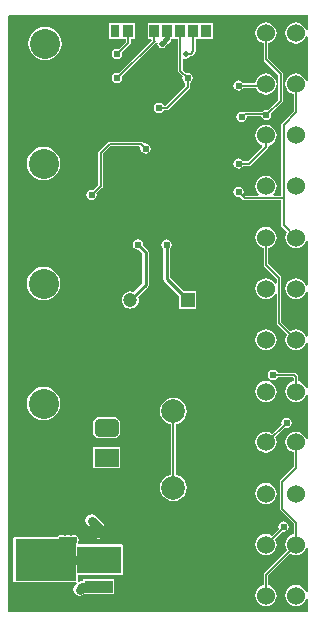
<source format=gbl>
G04 Layer_Physical_Order=2*
G04 Layer_Color=11436288*
%FSLAX25Y25*%
%MOIN*%
G70*
G01*
G75*
%ADD18C,0.01500*%
%ADD19C,0.00500*%
%ADD20C,0.01000*%
%ADD21C,0.03000*%
%ADD22C,0.06000*%
%ADD23R,0.04724X0.04724*%
%ADD24C,0.04724*%
%ADD25C,0.10000*%
%ADD26R,0.10000X0.10000*%
%ADD27C,0.07874*%
%ADD28R,0.08000X0.06000*%
G04:AMPARAMS|DCode=29|XSize=60mil|YSize=80mil|CornerRadius=15mil|HoleSize=0mil|Usage=FLASHONLY|Rotation=90.000|XOffset=0mil|YOffset=0mil|HoleType=Round|Shape=RoundedRectangle|*
%AMROUNDEDRECTD29*
21,1,0.06000,0.05000,0,0,90.0*
21,1,0.03000,0.08000,0,0,90.0*
1,1,0.03000,0.02500,0.01500*
1,1,0.03000,0.02500,-0.01500*
1,1,0.03000,-0.02500,-0.01500*
1,1,0.03000,-0.02500,0.01500*
%
%ADD29ROUNDEDRECTD29*%
%ADD30C,0.02400*%
%ADD31C,0.02000*%
%ADD32R,0.09449X0.12992*%
%ADD33R,0.09449X0.03937*%
%ADD34R,0.07480X0.05315*%
%ADD35R,0.04724X0.03937*%
%ADD36R,0.04606X0.07087*%
%ADD37R,0.06102X0.05315*%
%ADD38R,0.03347X0.04331*%
%ADD39R,0.02953X0.04331*%
%ADD40R,0.15000X0.09000*%
%ADD41R,0.20500X0.14000*%
G36*
X241500Y294658D02*
X241000Y294558D01*
X240707Y295265D01*
X240146Y295996D01*
X239415Y296557D01*
X238564Y296910D01*
X237650Y297030D01*
X236736Y296910D01*
X235885Y296557D01*
X235154Y295996D01*
X234593Y295265D01*
X234240Y294414D01*
X234120Y293500D01*
X234240Y292586D01*
X234593Y291735D01*
X235154Y291004D01*
X235885Y290443D01*
X236736Y290090D01*
X237650Y289970D01*
X238564Y290090D01*
X239415Y290443D01*
X240146Y291004D01*
X240707Y291735D01*
X241000Y292442D01*
X241500Y292342D01*
Y277658D01*
X241000Y277558D01*
X240707Y278265D01*
X240146Y278996D01*
X239415Y279557D01*
X238564Y279910D01*
X237650Y280030D01*
X236736Y279910D01*
X235885Y279557D01*
X235154Y278996D01*
X234593Y278265D01*
X234240Y277414D01*
X234120Y276500D01*
X234240Y275586D01*
X234593Y274735D01*
X235154Y274004D01*
X235885Y273443D01*
X236736Y273090D01*
X236885Y273071D01*
Y267467D01*
X232959Y263541D01*
X232793Y263293D01*
X232735Y263000D01*
Y239265D01*
X230183D01*
X230013Y239765D01*
X230146Y239867D01*
X230707Y240598D01*
X231060Y241449D01*
X231180Y242363D01*
X231060Y243277D01*
X230707Y244128D01*
X230146Y244859D01*
X229415Y245420D01*
X228564Y245773D01*
X227650Y245893D01*
X226736Y245773D01*
X225885Y245420D01*
X225154Y244859D01*
X224593Y244128D01*
X224240Y243277D01*
X224120Y242363D01*
X224240Y241449D01*
X224593Y240598D01*
X225154Y239867D01*
X225287Y239765D01*
X225117Y239265D01*
X220817D01*
X220125Y239956D01*
X220233Y240500D01*
X220101Y241163D01*
X219726Y241726D01*
X219163Y242101D01*
X218500Y242233D01*
X217837Y242101D01*
X217274Y241726D01*
X216899Y241163D01*
X216767Y240500D01*
X216899Y239837D01*
X217274Y239274D01*
X217837Y238899D01*
X218500Y238767D01*
X219044Y238875D01*
X219959Y237959D01*
X220207Y237793D01*
X220500Y237735D01*
X220500Y237735D01*
X232735D01*
Y229468D01*
X232793Y229175D01*
X232959Y228927D01*
X234684Y227202D01*
X234593Y227083D01*
X234240Y226231D01*
X234120Y225318D01*
X234240Y224404D01*
X234593Y223552D01*
X235154Y222821D01*
X235885Y222260D01*
X236736Y221908D01*
X237650Y221787D01*
X238564Y221908D01*
X239415Y222260D01*
X240146Y222821D01*
X240707Y223552D01*
X241000Y224259D01*
X241500Y224160D01*
Y209430D01*
X241000Y209330D01*
X240707Y210037D01*
X240146Y210768D01*
X239415Y211329D01*
X238564Y211682D01*
X237650Y211802D01*
X236736Y211682D01*
X235885Y211329D01*
X235154Y210768D01*
X234593Y210037D01*
X234240Y209186D01*
X234120Y208272D01*
X234240Y207358D01*
X234593Y206507D01*
X235154Y205776D01*
X235885Y205215D01*
X236736Y204862D01*
X237650Y204742D01*
X238564Y204862D01*
X239415Y205215D01*
X240146Y205776D01*
X240707Y206507D01*
X241000Y207214D01*
X241500Y207114D01*
Y192385D01*
X241000Y192286D01*
X240707Y192992D01*
X240146Y193723D01*
X239415Y194284D01*
X238564Y194637D01*
X237650Y194757D01*
X236736Y194637D01*
X235885Y194284D01*
X235766Y194193D01*
X232765Y197194D01*
Y212000D01*
X232706Y212293D01*
X232541Y212541D01*
X228415Y216667D01*
Y221888D01*
X228564Y221908D01*
X229415Y222260D01*
X230146Y222821D01*
X230707Y223552D01*
X231060Y224404D01*
X231180Y225318D01*
X231060Y226231D01*
X230707Y227083D01*
X230146Y227814D01*
X229415Y228375D01*
X228564Y228727D01*
X227650Y228848D01*
X226736Y228727D01*
X225885Y228375D01*
X225154Y227814D01*
X224593Y227083D01*
X224240Y226231D01*
X224120Y225318D01*
X224240Y224404D01*
X224593Y223552D01*
X225154Y222821D01*
X225885Y222260D01*
X226736Y221908D01*
X226885Y221888D01*
Y216350D01*
X226943Y216057D01*
X227109Y215809D01*
X231235Y211683D01*
Y210069D01*
X230735Y209969D01*
X230707Y210037D01*
X230146Y210768D01*
X229415Y211329D01*
X228564Y211682D01*
X227650Y211802D01*
X226736Y211682D01*
X225885Y211329D01*
X225154Y210768D01*
X224593Y210037D01*
X224240Y209186D01*
X224120Y208272D01*
X224240Y207358D01*
X224593Y206507D01*
X225154Y205776D01*
X225885Y205215D01*
X226736Y204862D01*
X227650Y204742D01*
X228564Y204862D01*
X229415Y205215D01*
X230146Y205776D01*
X230707Y206507D01*
X230735Y206575D01*
X231235Y206475D01*
Y196877D01*
X231294Y196585D01*
X231459Y196336D01*
X234684Y193112D01*
X234593Y192992D01*
X234240Y192141D01*
X234120Y191227D01*
X234240Y190314D01*
X234593Y189462D01*
X235154Y188731D01*
X235885Y188170D01*
X236736Y187817D01*
X237650Y187697D01*
X238564Y187817D01*
X239415Y188170D01*
X240146Y188731D01*
X240707Y189462D01*
X241000Y190169D01*
X241500Y190069D01*
Y175158D01*
X241000Y175058D01*
X240707Y175765D01*
X240146Y176496D01*
X239415Y177057D01*
X238564Y177410D01*
X238415Y177429D01*
Y178850D01*
X238356Y179143D01*
X238191Y179391D01*
X237541Y180041D01*
X237293Y180207D01*
X237000Y180265D01*
X231534D01*
X231226Y180726D01*
X230663Y181101D01*
X230000Y181233D01*
X229337Y181101D01*
X228774Y180726D01*
X228399Y180163D01*
X228267Y179500D01*
X228399Y178837D01*
X228774Y178274D01*
X229337Y177899D01*
X230000Y177767D01*
X230663Y177899D01*
X231226Y178274D01*
X231534Y178735D01*
X236683D01*
X236885Y178533D01*
Y177429D01*
X236736Y177410D01*
X235885Y177057D01*
X235154Y176496D01*
X234593Y175765D01*
X234240Y174914D01*
X234120Y174000D01*
X234240Y173086D01*
X234593Y172235D01*
X235154Y171504D01*
X235885Y170943D01*
X236736Y170590D01*
X237650Y170470D01*
X238564Y170590D01*
X239415Y170943D01*
X240146Y171504D01*
X240707Y172235D01*
X241000Y172942D01*
X241500Y172842D01*
Y158294D01*
X241000Y158195D01*
X240707Y158901D01*
X240146Y159633D01*
X239415Y160194D01*
X238564Y160546D01*
X237650Y160667D01*
X236736Y160546D01*
X235885Y160194D01*
X235154Y159633D01*
X234593Y158901D01*
X234240Y158050D01*
X234120Y157136D01*
X234240Y156223D01*
X234593Y155371D01*
X235154Y154640D01*
X235885Y154079D01*
X236736Y153726D01*
X236885Y153707D01*
Y148967D01*
X232459Y144541D01*
X232294Y144293D01*
X232235Y144000D01*
Y135000D01*
X232294Y134707D01*
X232459Y134459D01*
X236885Y130033D01*
Y126429D01*
X236736Y126410D01*
X235885Y126057D01*
X235154Y125496D01*
X234593Y124765D01*
X234240Y123914D01*
X234120Y123000D01*
X234240Y122086D01*
X234593Y121235D01*
X234684Y121116D01*
X227109Y113541D01*
X226943Y113293D01*
X226885Y113000D01*
Y109430D01*
X226736Y109410D01*
X225885Y109057D01*
X225154Y108496D01*
X224593Y107765D01*
X224240Y106914D01*
X224120Y106000D01*
X224240Y105086D01*
X224593Y104235D01*
X225154Y103504D01*
X225885Y102943D01*
X226736Y102590D01*
X227650Y102470D01*
X228564Y102590D01*
X229415Y102943D01*
X230146Y103504D01*
X230707Y104235D01*
X231060Y105086D01*
X231180Y106000D01*
X231060Y106914D01*
X230707Y107765D01*
X230146Y108496D01*
X229415Y109057D01*
X228564Y109410D01*
X228415Y109430D01*
Y112683D01*
X235766Y120034D01*
X235885Y119943D01*
X236736Y119590D01*
X237650Y119470D01*
X238564Y119590D01*
X239415Y119943D01*
X240146Y120504D01*
X240707Y121235D01*
X241000Y121942D01*
X241500Y121842D01*
Y107158D01*
X241000Y107058D01*
X240707Y107765D01*
X240146Y108496D01*
X239415Y109057D01*
X238564Y109410D01*
X237650Y109530D01*
X236736Y109410D01*
X235885Y109057D01*
X235154Y108496D01*
X234593Y107765D01*
X234240Y106914D01*
X234120Y106000D01*
X234240Y105086D01*
X234593Y104235D01*
X235154Y103504D01*
X235885Y102943D01*
X236736Y102590D01*
X237650Y102470D01*
X238564Y102590D01*
X239415Y102943D01*
X240146Y103504D01*
X240707Y104235D01*
X241000Y104942D01*
X241500Y104842D01*
Y101000D01*
X241538Y100962D01*
X241347Y100500D01*
X141500D01*
Y299000D01*
X142000Y299500D01*
X241500D01*
Y294658D01*
D02*
G37*
%LPC*%
G36*
X234500Y165233D02*
X233837Y165101D01*
X233274Y164726D01*
X232899Y164163D01*
X232767Y163500D01*
X232875Y162956D01*
X229809Y159891D01*
X229415Y160194D01*
X228564Y160546D01*
X227650Y160667D01*
X226736Y160546D01*
X225885Y160194D01*
X225154Y159633D01*
X224593Y158901D01*
X224240Y158050D01*
X224120Y157136D01*
X224240Y156223D01*
X224593Y155371D01*
X225154Y154640D01*
X225885Y154079D01*
X226736Y153726D01*
X227650Y153606D01*
X228564Y153726D01*
X229415Y154079D01*
X230146Y154640D01*
X230707Y155371D01*
X231060Y156223D01*
X231180Y157136D01*
X231060Y158050D01*
X230788Y158706D01*
X233956Y161875D01*
X234500Y161767D01*
X235163Y161899D01*
X235726Y162274D01*
X236101Y162837D01*
X236233Y163500D01*
X236101Y164163D01*
X235726Y164726D01*
X235163Y165101D01*
X234500Y165233D01*
D02*
G37*
G36*
X177000Y165539D02*
X172000D01*
X171220Y165384D01*
X170558Y164942D01*
X170116Y164280D01*
X169961Y163500D01*
Y160500D01*
X170116Y159720D01*
X170558Y159058D01*
X171220Y158616D01*
X172000Y158461D01*
X177000D01*
X177780Y158616D01*
X178442Y159058D01*
X178884Y159720D01*
X179039Y160500D01*
Y163500D01*
X178884Y164280D01*
X178442Y164942D01*
X177780Y165384D01*
X177000Y165539D01*
D02*
G37*
G36*
X153500Y175548D02*
X152064Y175358D01*
X150726Y174804D01*
X149577Y173923D01*
X148696Y172774D01*
X148142Y171436D01*
X147952Y170000D01*
X148142Y168564D01*
X148696Y167226D01*
X149577Y166077D01*
X150726Y165196D01*
X152064Y164642D01*
X153500Y164453D01*
X154936Y164642D01*
X156274Y165196D01*
X157423Y166077D01*
X158304Y167226D01*
X158858Y168564D01*
X159047Y170000D01*
X158858Y171436D01*
X158304Y172774D01*
X157423Y173923D01*
X156274Y174804D01*
X154936Y175358D01*
X153500Y175548D01*
D02*
G37*
G36*
X227650Y194757D02*
X226736Y194637D01*
X225885Y194284D01*
X225154Y193723D01*
X224593Y192992D01*
X224240Y192141D01*
X224120Y191227D01*
X224240Y190314D01*
X224593Y189462D01*
X225154Y188731D01*
X225885Y188170D01*
X226736Y187817D01*
X227650Y187697D01*
X228564Y187817D01*
X229415Y188170D01*
X230146Y188731D01*
X230707Y189462D01*
X231060Y190314D01*
X231180Y191227D01*
X231060Y192141D01*
X230707Y192992D01*
X230146Y193723D01*
X229415Y194284D01*
X228564Y194637D01*
X227650Y194757D01*
D02*
G37*
G36*
Y177530D02*
X226736Y177410D01*
X225885Y177057D01*
X225154Y176496D01*
X224593Y175765D01*
X224240Y174914D01*
X224120Y174000D01*
X224240Y173086D01*
X224593Y172235D01*
X225154Y171504D01*
X225885Y170943D01*
X226736Y170590D01*
X227650Y170470D01*
X228564Y170590D01*
X229415Y170943D01*
X230146Y171504D01*
X230707Y172235D01*
X231060Y173086D01*
X231180Y174000D01*
X231060Y174914D01*
X230707Y175765D01*
X230146Y176496D01*
X229415Y177057D01*
X228564Y177410D01*
X227650Y177530D01*
D02*
G37*
G36*
X179000Y155500D02*
X170000D01*
Y148500D01*
X179000D01*
Y155500D01*
D02*
G37*
G36*
X163500Y126233D02*
X162837Y126101D01*
X162500Y125876D01*
X162163Y126101D01*
X161500Y126233D01*
X160837Y126101D01*
X160500Y125876D01*
X160163Y126101D01*
X159500Y126233D01*
X158837Y126101D01*
X158274Y125726D01*
X158151Y125541D01*
X144000D01*
X143617Y125383D01*
X143459Y125000D01*
Y111000D01*
X143617Y110617D01*
X144000Y110459D01*
X164368D01*
X164596Y110067D01*
X164613Y109997D01*
X164058Y109442D01*
X163616Y108780D01*
X163461Y108000D01*
X163616Y107220D01*
X164058Y106558D01*
X164720Y106116D01*
X165500Y105961D01*
X166280Y106116D01*
X166820Y106476D01*
X177142D01*
Y111413D01*
X166693D01*
Y110984D01*
X166445D01*
X165665Y110829D01*
X165453Y110687D01*
X165092Y110961D01*
X165041Y111014D01*
Y112959D01*
X179500D01*
X179883Y113117D01*
X180041Y113500D01*
Y122500D01*
X179883Y122883D01*
X179500Y123041D01*
X165041D01*
Y123747D01*
X165101Y123837D01*
X165233Y124500D01*
X165101Y125163D01*
X164726Y125726D01*
X164163Y126101D01*
X163500Y126233D01*
D02*
G37*
G36*
X169500Y133039D02*
X168720Y132884D01*
X168058Y132442D01*
X167616Y131780D01*
X167461Y131000D01*
X167616Y130220D01*
X168058Y129558D01*
X169878Y127738D01*
Y127055D01*
X170033Y126275D01*
X170475Y125613D01*
X171137Y125171D01*
X171917Y125016D01*
X172698Y125171D01*
X173359Y125613D01*
X173801Y126275D01*
X173957Y127055D01*
Y128583D01*
X173957Y128583D01*
X173801Y129363D01*
X173359Y130025D01*
X170942Y132442D01*
X170280Y132884D01*
X169500Y133039D01*
D02*
G37*
G36*
X233500Y130733D02*
X232837Y130601D01*
X232274Y130226D01*
X231899Y129663D01*
X231767Y129000D01*
X231899Y128337D01*
X231901Y128333D01*
X229534Y125966D01*
X229415Y126057D01*
X228564Y126410D01*
X227650Y126530D01*
X226736Y126410D01*
X225885Y126057D01*
X225154Y125496D01*
X224593Y124765D01*
X224240Y123914D01*
X224120Y123000D01*
X224240Y122086D01*
X224593Y121235D01*
X225154Y120504D01*
X225885Y119943D01*
X226736Y119590D01*
X227650Y119470D01*
X228564Y119590D01*
X229415Y119943D01*
X230146Y120504D01*
X230707Y121235D01*
X231060Y122086D01*
X231180Y123000D01*
X231060Y123914D01*
X230707Y124765D01*
X230616Y124884D01*
X233081Y127350D01*
X233500Y127267D01*
X234163Y127399D01*
X234726Y127774D01*
X235101Y128337D01*
X235233Y129000D01*
X235101Y129663D01*
X234726Y130226D01*
X234163Y130601D01*
X233500Y130733D01*
D02*
G37*
G36*
X196783Y171975D02*
X195625Y171823D01*
X194546Y171376D01*
X193619Y170665D01*
X192908Y169738D01*
X192461Y168658D01*
X192308Y167500D01*
X192461Y166342D01*
X192908Y165262D01*
X193619Y164336D01*
X194546Y163624D01*
X195625Y163177D01*
X196019Y163125D01*
Y146284D01*
X195625Y146232D01*
X194546Y145785D01*
X193619Y145074D01*
X192908Y144147D01*
X192461Y143068D01*
X192308Y141909D01*
X192461Y140751D01*
X192908Y139672D01*
X193619Y138745D01*
X194546Y138034D01*
X195625Y137587D01*
X196783Y137434D01*
X197942Y137587D01*
X199021Y138034D01*
X199948Y138745D01*
X200659Y139672D01*
X201106Y140751D01*
X201259Y141909D01*
X201106Y143068D01*
X200659Y144147D01*
X199948Y145074D01*
X199021Y145785D01*
X197942Y146232D01*
X197548Y146284D01*
Y163125D01*
X197942Y163177D01*
X199021Y163624D01*
X199948Y164336D01*
X200659Y165262D01*
X201106Y166342D01*
X201259Y167500D01*
X201106Y168658D01*
X200659Y169738D01*
X199948Y170665D01*
X199021Y171376D01*
X197942Y171823D01*
X196783Y171975D01*
D02*
G37*
G36*
X227650Y143530D02*
X226736Y143410D01*
X225885Y143057D01*
X225154Y142496D01*
X224593Y141765D01*
X224240Y140914D01*
X224120Y140000D01*
X224240Y139086D01*
X224593Y138235D01*
X225154Y137504D01*
X225885Y136943D01*
X226736Y136590D01*
X227650Y136470D01*
X228564Y136590D01*
X229415Y136943D01*
X230146Y137504D01*
X230707Y138235D01*
X231060Y139086D01*
X231180Y140000D01*
X231060Y140914D01*
X230707Y141765D01*
X230146Y142496D01*
X229415Y143057D01*
X228564Y143410D01*
X227650Y143530D01*
D02*
G37*
G36*
Y280030D02*
X226736Y279910D01*
X225885Y279557D01*
X225154Y278996D01*
X224593Y278265D01*
X224240Y277414D01*
X224155Y276765D01*
X220034D01*
X219726Y277226D01*
X219163Y277601D01*
X218500Y277733D01*
X217837Y277601D01*
X217274Y277226D01*
X216899Y276663D01*
X216767Y276000D01*
X216899Y275337D01*
X217274Y274774D01*
X217837Y274399D01*
X218500Y274267D01*
X219163Y274399D01*
X219726Y274774D01*
X220034Y275235D01*
X224385D01*
X224593Y274735D01*
X225154Y274004D01*
X225885Y273443D01*
X226736Y273090D01*
X227650Y272970D01*
X228564Y273090D01*
X229415Y273443D01*
X230146Y274004D01*
X230707Y274735D01*
X231060Y275586D01*
X231180Y276500D01*
X231060Y277414D01*
X230707Y278265D01*
X230146Y278996D01*
X229415Y279557D01*
X228564Y279910D01*
X227650Y280030D01*
D02*
G37*
G36*
Y297030D02*
X226736Y296910D01*
X225885Y296557D01*
X225154Y295996D01*
X224593Y295265D01*
X224240Y294414D01*
X224120Y293500D01*
X224240Y292586D01*
X224593Y291735D01*
X225154Y291004D01*
X225885Y290443D01*
X226736Y290090D01*
X226885Y290070D01*
Y284850D01*
X226943Y284557D01*
X227109Y284309D01*
X231735Y279683D01*
Y271317D01*
X228294Y267875D01*
X227750Y267983D01*
X227087Y267851D01*
X226524Y267476D01*
X226383Y267265D01*
X220500D01*
X220207Y267207D01*
X220076Y267119D01*
X219500Y267233D01*
X218837Y267101D01*
X218274Y266726D01*
X217899Y266163D01*
X217767Y265500D01*
X217899Y264837D01*
X218274Y264274D01*
X218837Y263899D01*
X219500Y263767D01*
X220163Y263899D01*
X220726Y264274D01*
X221101Y264837D01*
X221233Y265500D01*
X221426Y265735D01*
X226119D01*
X226149Y265587D01*
X226524Y265024D01*
X227087Y264649D01*
X227750Y264517D01*
X228413Y264649D01*
X228976Y265024D01*
X229351Y265587D01*
X229483Y266250D01*
X229375Y266794D01*
X233041Y270459D01*
X233207Y270707D01*
X233265Y271000D01*
Y280000D01*
X233265Y280000D01*
X233207Y280293D01*
X233041Y280541D01*
X233041Y280541D01*
X228415Y285167D01*
Y290070D01*
X228564Y290090D01*
X229415Y290443D01*
X230146Y291004D01*
X230707Y291735D01*
X231060Y292586D01*
X231180Y293500D01*
X231060Y294414D01*
X230707Y295265D01*
X230146Y295996D01*
X229415Y296557D01*
X228564Y296910D01*
X227650Y297030D01*
D02*
G37*
G36*
X154000Y295548D02*
X152564Y295358D01*
X151226Y294804D01*
X150077Y293923D01*
X149196Y292774D01*
X148642Y291436D01*
X148452Y290000D01*
X148642Y288564D01*
X149196Y287226D01*
X150077Y286077D01*
X151226Y285196D01*
X152564Y284642D01*
X154000Y284453D01*
X155436Y284642D01*
X156774Y285196D01*
X157923Y286077D01*
X158804Y287226D01*
X159358Y288564D01*
X159547Y290000D01*
X159358Y291436D01*
X158804Y292774D01*
X157923Y293923D01*
X156774Y294804D01*
X155436Y295358D01*
X154000Y295548D01*
D02*
G37*
G36*
X179596Y296974D02*
X179506D01*
X179415D01*
X179096Y296974D01*
X175463D01*
Y291644D01*
X179096D01*
X179415Y291644D01*
X179506D01*
X179596D01*
X179915Y291644D01*
X181005D01*
Y290586D01*
X178544Y288125D01*
X178000Y288233D01*
X177337Y288101D01*
X176774Y287726D01*
X176399Y287163D01*
X176267Y286500D01*
X176399Y285837D01*
X176774Y285274D01*
X177337Y284899D01*
X178000Y284767D01*
X178663Y284899D01*
X179226Y285274D01*
X179601Y285837D01*
X179733Y286500D01*
X179625Y287044D01*
X182310Y289729D01*
X182476Y289977D01*
X182534Y290270D01*
X182534Y290270D01*
Y291644D01*
X183943D01*
Y296974D01*
X179915D01*
X179596Y296974D01*
D02*
G37*
G36*
X209927Y296974D02*
X188258D01*
Y291644D01*
X189415D01*
X189562Y291144D01*
X178544Y280125D01*
X178000Y280233D01*
X177337Y280101D01*
X176774Y279726D01*
X176399Y279163D01*
X176267Y278500D01*
X176399Y277837D01*
X176774Y277274D01*
X177337Y276899D01*
X178000Y276767D01*
X178663Y276899D01*
X179226Y277274D01*
X179601Y277837D01*
X179733Y278500D01*
X179625Y279044D01*
X191041Y290459D01*
X191057Y290484D01*
X191528Y290289D01*
X191471Y290000D01*
X191587Y289415D01*
X191919Y288919D01*
X192415Y288587D01*
X193000Y288471D01*
X193585Y288587D01*
X194081Y288919D01*
X194413Y289415D01*
X194437Y289537D01*
X194762Y289964D01*
X195003Y290012D01*
X195003Y290012D01*
X195003D01*
X195249Y290061D01*
X195432Y290183D01*
X195663Y290337D01*
X195939Y290751D01*
X196036Y291238D01*
Y291644D01*
X198328D01*
Y280908D01*
X198386Y280615D01*
X198552Y280367D01*
X199875Y279044D01*
X199767Y278500D01*
X199899Y277837D01*
X200274Y277274D01*
X200735Y276966D01*
Y275817D01*
X194183Y269265D01*
X193534D01*
X193226Y269726D01*
X192663Y270101D01*
X192000Y270233D01*
X191337Y270101D01*
X190774Y269726D01*
X190399Y269163D01*
X190267Y268500D01*
X190399Y267837D01*
X190774Y267274D01*
X191337Y266899D01*
X192000Y266767D01*
X192663Y266899D01*
X193226Y267274D01*
X193534Y267735D01*
X194500D01*
X194793Y267793D01*
X195041Y267959D01*
X202041Y274959D01*
X202041Y274959D01*
X202206Y275207D01*
X202265Y275500D01*
Y276966D01*
X202726Y277274D01*
X203101Y277837D01*
X203233Y278500D01*
X203101Y279163D01*
X202726Y279726D01*
X202163Y280101D01*
X201500Y280233D01*
X200956Y280125D01*
X199857Y281224D01*
Y284858D01*
X200357Y285125D01*
X200415Y285087D01*
X201000Y284971D01*
X201585Y285087D01*
X202081Y285419D01*
X202293Y285735D01*
X202500D01*
X202793Y285793D01*
X203041Y285959D01*
X203964Y286882D01*
X203964Y286882D01*
X204130Y287131D01*
X204188Y287423D01*
Y291644D01*
X209927D01*
Y296974D01*
D02*
G37*
G36*
X186000Y257265D02*
X175500D01*
X175207Y257207D01*
X174959Y257041D01*
X171959Y254041D01*
X171793Y253793D01*
X171735Y253500D01*
Y242817D01*
X170044Y241125D01*
X169500Y241233D01*
X168837Y241101D01*
X168274Y240726D01*
X167899Y240163D01*
X167767Y239500D01*
X167899Y238837D01*
X168274Y238274D01*
X168837Y237899D01*
X169500Y237767D01*
X170163Y237899D01*
X170726Y238274D01*
X171101Y238837D01*
X171233Y239500D01*
X171125Y240044D01*
X173041Y241959D01*
X173206Y242207D01*
X173265Y242500D01*
Y253183D01*
X175817Y255735D01*
X185447D01*
X185825Y255294D01*
X185767Y255000D01*
X185899Y254337D01*
X186274Y253774D01*
X186837Y253399D01*
X187500Y253267D01*
X188163Y253399D01*
X188726Y253774D01*
X189101Y254337D01*
X189233Y255000D01*
X189101Y255663D01*
X188726Y256226D01*
X188163Y256601D01*
X187500Y256733D01*
X186956Y256625D01*
X186541Y257041D01*
X186293Y257207D01*
X186000Y257265D01*
D02*
G37*
G36*
X153500Y215547D02*
X152064Y215358D01*
X150726Y214804D01*
X149577Y213923D01*
X148696Y212774D01*
X148142Y211436D01*
X147952Y210000D01*
X148142Y208564D01*
X148696Y207226D01*
X149577Y206077D01*
X150726Y205196D01*
X152064Y204642D01*
X153500Y204452D01*
X154936Y204642D01*
X156274Y205196D01*
X157423Y206077D01*
X158304Y207226D01*
X158858Y208564D01*
X159047Y210000D01*
X158858Y211436D01*
X158304Y212774D01*
X157423Y213923D01*
X156274Y214804D01*
X154936Y215358D01*
X153500Y215547D01*
D02*
G37*
G36*
X194500Y224733D02*
X193837Y224601D01*
X193274Y224226D01*
X192899Y223663D01*
X192767Y223000D01*
X192899Y222337D01*
X193274Y221774D01*
X193480Y221637D01*
Y211606D01*
X193558Y211216D01*
X193779Y210885D01*
X198744Y205920D01*
Y201638D01*
X204468D01*
Y207362D01*
X200186D01*
X195520Y212029D01*
Y221637D01*
X195726Y221774D01*
X196101Y222337D01*
X196233Y223000D01*
X196101Y223663D01*
X195726Y224226D01*
X195163Y224601D01*
X194500Y224733D01*
D02*
G37*
G36*
X185000D02*
X184337Y224601D01*
X183774Y224226D01*
X183399Y223663D01*
X183267Y223000D01*
X183399Y222337D01*
X183774Y221774D01*
X184337Y221399D01*
X185000Y221267D01*
X185243Y221315D01*
X186480Y220078D01*
Y210029D01*
X183565Y207113D01*
X183141Y207289D01*
X182394Y207387D01*
X181647Y207289D01*
X180950Y207000D01*
X180352Y206541D01*
X179894Y205943D01*
X179605Y205247D01*
X179507Y204500D01*
X179605Y203753D01*
X179894Y203057D01*
X180352Y202459D01*
X180950Y202000D01*
X181647Y201712D01*
X182394Y201613D01*
X183141Y201712D01*
X183837Y202000D01*
X184435Y202459D01*
X184894Y203057D01*
X185182Y203753D01*
X185281Y204500D01*
X185182Y205247D01*
X185007Y205671D01*
X188221Y208885D01*
X188442Y209216D01*
X188520Y209606D01*
Y220500D01*
X188442Y220890D01*
X188221Y221221D01*
X186685Y222757D01*
X186733Y223000D01*
X186601Y223663D01*
X186226Y224226D01*
X185663Y224601D01*
X185000Y224733D01*
D02*
G37*
G36*
X227650Y262939D02*
X226736Y262819D01*
X225885Y262466D01*
X225154Y261905D01*
X224593Y261174D01*
X224240Y260323D01*
X224120Y259409D01*
X224240Y258495D01*
X224593Y257644D01*
X225154Y256913D01*
X225885Y256352D01*
X226365Y256153D01*
X226482Y255563D01*
X221683Y250765D01*
X220034D01*
X219726Y251226D01*
X219163Y251601D01*
X218500Y251733D01*
X217837Y251601D01*
X217274Y251226D01*
X216899Y250663D01*
X216767Y250000D01*
X216899Y249337D01*
X217274Y248774D01*
X217837Y248399D01*
X218500Y248267D01*
X219163Y248399D01*
X219726Y248774D01*
X220034Y249235D01*
X222000D01*
X222293Y249293D01*
X222541Y249459D01*
X228191Y255109D01*
X228357Y255357D01*
X228415Y255650D01*
X228564Y255999D01*
X229415Y256352D01*
X230146Y256913D01*
X230707Y257644D01*
X231060Y258495D01*
X231180Y259409D01*
X231060Y260323D01*
X230707Y261174D01*
X230146Y261905D01*
X229415Y262466D01*
X228564Y262819D01*
X227650Y262939D01*
D02*
G37*
G36*
X153500Y255547D02*
X152064Y255358D01*
X150726Y254804D01*
X149577Y253923D01*
X148696Y252774D01*
X148142Y251436D01*
X147952Y250000D01*
X148142Y248564D01*
X148696Y247226D01*
X149577Y246077D01*
X150726Y245196D01*
X152064Y244642D01*
X153500Y244453D01*
X154936Y244642D01*
X156274Y245196D01*
X157423Y246077D01*
X158304Y247226D01*
X158858Y248564D01*
X159047Y250000D01*
X158858Y251436D01*
X158304Y252774D01*
X157423Y253923D01*
X156274Y254804D01*
X154936Y255358D01*
X153500Y255547D01*
D02*
G37*
%LPD*%
D18*
X194762Y291762D02*
Y294309D01*
Y291762D02*
Y293000D01*
X193000Y290000D02*
X194762Y291762D01*
D19*
X237650Y123000D02*
Y130350D01*
X233000Y135000D02*
X237650Y130350D01*
X233000Y135000D02*
Y144000D01*
X237650Y148650D01*
Y157136D01*
X227650Y123000D02*
X233500Y128850D01*
Y129000D01*
X237650Y174000D02*
Y178850D01*
X237000Y179500D02*
X237650Y178850D01*
X230000Y179500D02*
X237000D01*
X228136Y157136D02*
X234500Y163500D01*
X227650Y157136D02*
X228136D01*
X227650Y255650D02*
Y259409D01*
X222000Y250000D02*
X227650Y255650D01*
X218500Y250000D02*
X222000D01*
X228000Y266500D02*
X232500Y271000D01*
X220500Y266500D02*
X228000D01*
X219500Y265500D02*
X220500Y266500D01*
X186000Y256500D02*
X187500Y255000D01*
X175500Y256500D02*
X186000D01*
X172500Y253500D02*
X175500Y256500D01*
X172500Y242500D02*
Y253500D01*
X169500Y239500D02*
X172500Y242500D01*
X196783Y141909D02*
Y167500D01*
X220500Y238500D02*
X233500D01*
Y229468D02*
Y238500D01*
Y229468D02*
X237650Y225318D01*
X233500Y238500D02*
Y263000D01*
X218500Y240500D02*
X220500Y238500D01*
X218500Y276000D02*
X227150D01*
X227650Y106000D02*
Y113000D01*
X237650Y123000D01*
X232000Y196877D02*
X237650Y191227D01*
X232000Y196877D02*
Y212000D01*
X227650Y216350D02*
X232000Y212000D01*
X227650Y216350D02*
Y225318D01*
X232500Y271000D02*
Y280000D01*
X227650Y284850D02*
X232500Y280000D01*
X227650Y284850D02*
Y293500D01*
X233500Y263000D02*
X237650Y267150D01*
Y276500D01*
X201000Y286500D02*
X202500D01*
X203423Y287423D01*
Y294309D01*
X181770Y290270D02*
Y294309D01*
X178000Y286500D02*
X181770Y290270D01*
X199092Y280908D02*
X201500Y278500D01*
X199092Y280908D02*
Y294309D01*
X201500Y275500D02*
Y278500D01*
X194500Y268500D02*
X201500Y275500D01*
X192000Y268500D02*
X194500D01*
X190431Y291069D02*
Y294309D01*
X178000Y278500D02*
X190500Y291000D01*
D20*
X185000Y223000D02*
X187500Y220500D01*
Y209606D02*
Y220500D01*
X182394Y204500D02*
X187500Y209606D01*
X194500Y211606D02*
Y223000D01*
Y211606D02*
X201606Y204500D01*
D21*
X171917Y127055D02*
Y128583D01*
X169500Y131000D02*
X171917Y128583D01*
X165500Y108000D02*
X166445Y108945D01*
X171917D01*
X149083Y118000D02*
X171917D01*
D22*
X237650Y123000D02*
D03*
X227650D02*
D03*
X237650Y225318D02*
D03*
X227650D02*
D03*
X237650Y242363D02*
D03*
X227650D02*
D03*
Y106000D02*
D03*
X237650D02*
D03*
X227650Y208272D02*
D03*
X237650D02*
D03*
Y174000D02*
D03*
X227650D02*
D03*
Y259409D02*
D03*
X237650D02*
D03*
Y140000D02*
D03*
X227650D02*
D03*
Y191227D02*
D03*
X237650D02*
D03*
X227650Y157136D02*
D03*
X237650D02*
D03*
X227650Y293500D02*
D03*
X237650D02*
D03*
Y276500D02*
D03*
X227650D02*
D03*
D23*
X201606Y204500D02*
D03*
D24*
X182394D02*
D03*
D25*
X153500Y210000D02*
D03*
Y190000D02*
D03*
Y170000D02*
D03*
Y230000D02*
D03*
Y250000D02*
D03*
Y270000D02*
D03*
X154000Y290000D02*
D03*
D26*
X153500Y150000D02*
D03*
D27*
X214500Y167500D02*
D03*
X196783D02*
D03*
X214500Y141909D02*
D03*
X196783D02*
D03*
D28*
X174500Y152000D02*
D03*
D29*
Y162000D02*
D03*
Y172000D02*
D03*
D30*
X233500Y129000D02*
D03*
X146500Y129500D02*
D03*
X219000Y105500D02*
D03*
X207000Y148500D02*
D03*
X213500Y154500D02*
D03*
X175500Y195000D02*
D03*
X208500Y189000D02*
D03*
X212000Y296000D02*
D03*
X233000Y267500D02*
D03*
X195500Y273500D02*
D03*
X179000Y260500D02*
D03*
X169500Y259000D02*
D03*
X202500Y257000D02*
D03*
X209000Y248500D02*
D03*
X178000Y250000D02*
D03*
X202500Y243500D02*
D03*
X189500Y243000D02*
D03*
X170500Y235500D02*
D03*
X176500Y240000D02*
D03*
X175500Y232500D02*
D03*
X208000Y277000D02*
D03*
Y283000D02*
D03*
X193500Y249500D02*
D03*
X216500Y180500D02*
D03*
X215000Y129000D02*
D03*
X159000Y108000D02*
D03*
X180500Y105000D02*
D03*
X185500Y159500D02*
D03*
Y176000D02*
D03*
X209500Y214500D02*
D03*
X201500D02*
D03*
X192000D02*
D03*
X185000D02*
D03*
X173000D02*
D03*
X230000Y179500D02*
D03*
X234500Y163500D02*
D03*
X218500Y250000D02*
D03*
X227750Y266250D02*
D03*
X163500Y124500D02*
D03*
X161500D02*
D03*
X159500D02*
D03*
X187500Y255000D02*
D03*
X169500Y239500D02*
D03*
X218500Y240500D02*
D03*
X219500Y265500D02*
D03*
X218500Y276000D02*
D03*
X178000Y286500D02*
D03*
X192000Y268500D02*
D03*
X201500Y278500D02*
D03*
X178000D02*
D03*
X185000Y223000D02*
D03*
X194500D02*
D03*
X165500Y108000D02*
D03*
X169500Y131000D02*
D03*
D31*
X201000Y286500D02*
D03*
X193000Y290000D02*
D03*
D32*
X149083Y118000D02*
D03*
D33*
X171917Y108945D02*
D03*
Y118000D02*
D03*
Y127055D02*
D03*
D34*
X180844Y251691D02*
D03*
X204348D02*
D03*
D35*
X218128Y254348D02*
D03*
Y270096D02*
D03*
D36*
X172872Y292931D02*
D03*
D37*
X217439Y293817D02*
D03*
D38*
X207754Y294309D02*
D03*
X181770D02*
D03*
X186100D02*
D03*
X190431D02*
D03*
X194762D02*
D03*
X199092D02*
D03*
X203423D02*
D03*
D39*
X177439D02*
D03*
D40*
X172000Y118000D02*
D03*
D41*
X154250D02*
D03*
M02*

</source>
